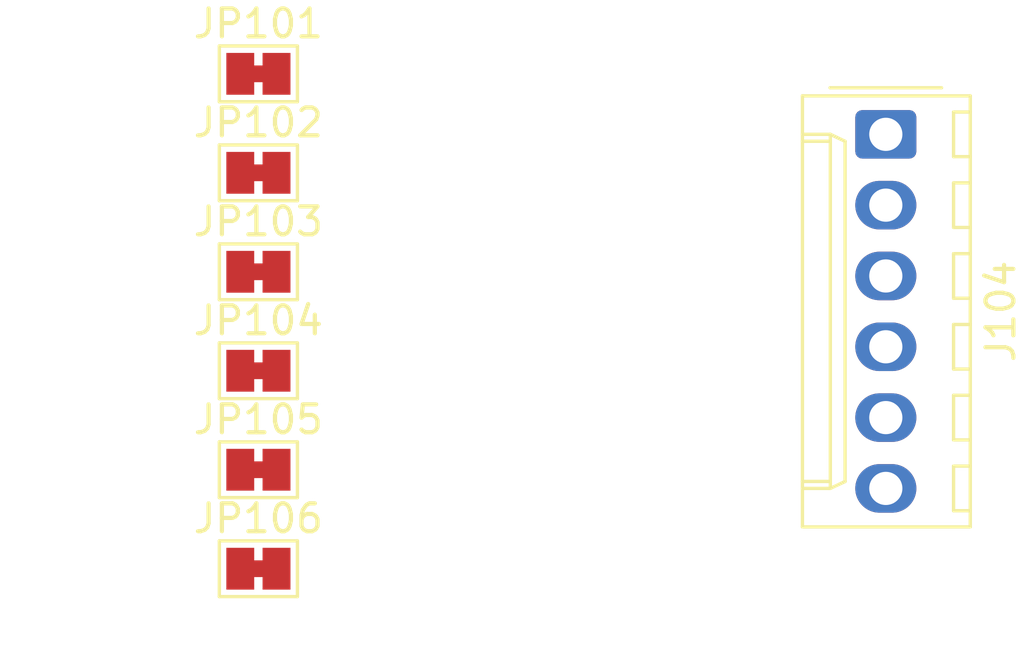
<source format=kicad_pcb>
(kicad_pcb (version 20240108) (generator "pcbnew") (generator_version "8.0")
  (layers (0 "F.Cu" signal) (31 "B.Cu" signal) (34 "B.Paste" user) (35 "F.Paste" user) (36 "B.SilkS" user "B.Silkscreen") (37 "F.SilkS" user "F.Silkscreen") (38 "B.Mask" user) (39 "F.Mask" user) (44 "Edge.Cuts" user))
  (net 0 "")
  (net 1 "/AMP_MOTOR0")
  (net 2 "/DCC0")
  (net 3 "/FUNC0")
  (net 4 "/FUNC1")
  (net 5 "/DCC1")
  (net 6 "/AMP_MOTOR1")
  (footprint "Connector_Molex:Molex_KK-254_AE-6410-06A_1x06_P2.54mm_Vertical" (layer "F.Cu") (at 99.06 48.006001 -90)
    (property "Reference" "J104" (at 6.35 -4.12 90) (layer "F.SilkS"))
    (property "Value" "Conn_01x06")
    (fp_line (start -1.38 2.99) (end 14.08 2.99) (stroke (width 0.12)) (layer "F.SilkS"))
    (fp_line (start 0 2.99) (end 0 1.989999) (stroke (width 0.12)) (layer "F.SilkS"))
    (fp_line (start 0.25 2.99) (end 0.25 1.99) (stroke (width 0.12)) (layer "F.SilkS"))
    (fp_line (start 12.45 2.99) (end 12.45 1.99) (stroke (width 0.12)) (layer "F.SilkS"))
    (fp_line (start 14.08 2.99) (end 14.08 -3.03) (stroke (width 0.12)) (layer "F.SilkS"))
    (fp_line (start 12.700001 1.99) (end 12.7 2.99) (stroke (width 0.12)) (layer "F.SilkS"))
    (fp_line (start 0 1.989999) (end 12.700001 1.99) (stroke (width 0.12)) (layer "F.SilkS"))
    (fp_line (start 0 1.989999) (end 0.25 1.46) (stroke (width 0.12)) (layer "F.SilkS"))
    (fp_line (start 0.25 1.46) (end 12.45 1.459999) (stroke (width 0.12)) (layer "F.SilkS"))
    (fp_line (start 12.45 1.459999) (end 12.700001 1.99) (stroke (width 0.12)) (layer "F.SilkS"))
    (fp_line (start -1.67 -2) (end -1.67 2) (stroke (width 0.12)) (layer "F.SilkS"))
    (fp_line (start -0.8 -2.43) (end 0.8 -2.43) (stroke (width 0.12)) (layer "F.SilkS"))
    (fp_line (start 0.8 -2.43) (end 0.8 -3.03) (stroke (width 0.12)) (layer "F.SilkS"))
    (fp_line (start 1.74 -2.43) (end 3.34 -2.43) (stroke (width 0.12)) (layer "F.SilkS"))
    (fp_line (start 3.34 -2.43) (end 3.34 -3.03) (stroke (width 0.12)) (layer "F.SilkS"))
    (fp_line (start 4.280001 -2.43) (end 5.879999 -2.43) (stroke (width 0.12)) (layer "F.SilkS"))
    (fp_line (start 5.879999 -2.43) (end 5.879999 -3.03) (stroke (width 0.12)) (layer "F.SilkS"))
    (fp_line (start 6.82 -2.43) (end 8.420001 -2.43) (stroke (width 0.12)) (layer "F.SilkS"))
    (fp_line (start 8.420001 -2.43) (end 8.420001 -3.03) (stroke (width 0.12)) (layer "F.SilkS"))
    (fp_line (start 9.36 -2.43) (end 10.96 -2.43) (stroke (width 0.12)) (layer "F.SilkS"))
    (fp_line (start 10.96 -2.43) (end 10.96 -3.03) (stroke (width 0.12)) (layer "F.SilkS"))
    (fp_line (start 11.9 -2.43) (end 13.5 -2.43) (stroke (width 0.12)) (layer "F.SilkS"))
    (fp_line (start 13.5 -2.43) (end 13.5 -3.03) (stroke (width 0.12)) (layer "F.SilkS"))
    (fp_line (start -1.38 -3.03) (end -1.38 2.99) (stroke (width 0.12)) (layer "F.SilkS"))
    (fp_line (start -0.8 -3.03) (end -0.8 -2.43) (stroke (width 0.12)) (layer "F.SilkS"))
    (fp_line (start 1.74 -3.03) (end 1.74 -2.43) (stroke (width 0.12)) (layer "F.SilkS"))
    (fp_line (start 6.82 -3.03) (end 6.82 -2.43) (stroke (width 0.12)) (layer "F.SilkS"))
    (fp_line (start 9.36 -3.03) (end 9.36 -2.43) (stroke (width 0.12)) (layer "F.SilkS"))
    (fp_line (start 11.9 -3.03) (end 11.9 -2.43) (stroke (width 0.12)) (layer "F.SilkS"))
    (fp_line (start 14.08 -3.03) (end -1.38 -3.03) (stroke (width 0.12)) (layer "F.SilkS"))
    (fp_line (start 4.28 -3.030001) (end 4.280001 -2.43) (stroke (width 0.12)) (layer "F.SilkS"))
    (pad "1" thru_hole roundrect (at 0 0 270) (size 1.74 2.19) (drill 1.19) (layers "*.Cu" "*.Mask") (roundrect_rratio 0.143678) (net 6 "/AMP_MOTOR1"))
    (pad "2" thru_hole oval (at 2.54 0 270) (size 1.74 2.19) (drill 1.19) (layers "*.Cu" "*.Mask") (net 1 "/AMP_MOTOR0"))
    (pad "3" thru_hole oval (at 5.079999 0 270) (size 1.74 2.19) (drill 1.19) (layers "*.Cu" "*.Mask") (net 5 "/DCC1"))
    (pad "4" thru_hole oval (at 7.62 0 270) (size 1.74 2.19) (drill 1.19) (layers "*.Cu" "*.Mask") (net 2 "/DCC0"))
    (pad "5" thru_hole oval (at 10.16 0 270) (size 1.74 2.19) (drill 1.19) (layers "*.Cu" "*.Mask") (net 4 "/FUNC1"))
    (pad "6" thru_hole oval (at 12.7 0 270) (size 1.74 2.19) (drill 1.19) (layers "*.Cu" "*.Mask") (net 3 "/FUNC0"))
  )
  (footprint "Jumper:SolderJumper-2_P1.3mm_Bridged_Pad1.0x1.5mm" (layer "F.Cu") (at 76.556 63.586)
    (property "Reference" "JP106" (at 0 -1.8 0) (layer "F.SilkS"))
    (property "Value" "SolderJumper_2_Bridged")
    (fp_poly (pts (xy -0.25 -0.3) (xy 0.25 -0.3) (xy 0.25 0.3) (xy -0.25 0.3)) (fill solid) (layer "F.Cu"))
    (fp_line (start -1.4 -1) (end 1.4 -1) (stroke (width 0.12)) (layer "F.SilkS"))
    (fp_line (start -1.4 1) (end -1.4 -1) (stroke (width 0.12)) (layer "F.SilkS"))
    (fp_line (start 1.4 -1) (end 1.4 1) (stroke (width 0.12)) (layer "F.SilkS"))
    (fp_line (start 1.4 1) (end -1.4 1) (stroke (width 0.12)) (layer "F.SilkS"))
    (pad "1" smd rect (at -0.65 0) (size 1 1.5) (layers "F.Cu" "F.Mask"))
    (pad "2" smd rect (at 0.65 0) (size 1 1.5) (layers "F.Cu" "F.Mask") (net 3 "/FUNC0"))
  )
  (footprint "Jumper:SolderJumper-2_P1.3mm_Bridged_Pad1.0x1.5mm" (layer "F.Cu") (at 76.556 49.386)
    (property "Reference" "JP102" (at 0 -1.8 0) (layer "F.SilkS"))
    (property "Value" "SolderJumper_2_Bridged")
    (fp_poly (pts (xy -0.25 -0.3) (xy 0.25 -0.3) (xy 0.25 0.3) (xy -0.25 0.3)) (fill solid) (layer "F.Cu"))
    (fp_line (start -1.4 -1) (end 1.4 -1) (stroke (width 0.12)) (layer "F.SilkS"))
    (fp_line (start -1.4 1) (end -1.4 -1) (stroke (width 0.12)) (layer "F.SilkS"))
    (fp_line (start 1.4 -1) (end 1.4 1) (stroke (width 0.12)) (layer "F.SilkS"))
    (fp_line (start 1.4 1) (end -1.4 1) (stroke (width 0.12)) (layer "F.SilkS"))
    (pad "1" smd rect (at -0.65 0) (size 1 1.5) (layers "F.Cu" "F.Mask"))
    (pad "2" smd rect (at 0.65 0) (size 1 1.5) (layers "F.Cu" "F.Mask") (net 6 "/AMP_MOTOR1"))
  )
  (footprint "Jumper:SolderJumper-2_P1.3mm_Bridged_Pad1.0x1.5mm" (layer "F.Cu") (at 76.556 52.936)
    (property "Reference" "JP103" (at 0 -1.8 0) (layer "F.SilkS"))
    (property "Value" "SolderJumper_2_Bridged")
    (fp_poly (pts (xy -0.25 -0.3) (xy 0.25 -0.3) (xy 0.25 0.3) (xy -0.25 0.3)) (fill solid) (layer "F.Cu"))
    (fp_line (start -1.4 -1) (end 1.4 -1) (stroke (width 0.12)) (layer "F.SilkS"))
    (fp_line (start -1.4 1) (end -1.4 -1) (stroke (width 0.12)) (layer "F.SilkS"))
    (fp_line (start 1.4 -1) (end 1.4 1) (stroke (width 0.12)) (layer "F.SilkS"))
    (fp_line (start 1.4 1) (end -1.4 1) (stroke (width 0.12)) (layer "F.SilkS"))
    (pad "1" smd rect (at -0.65 0) (size 1 1.5) (layers "F.Cu" "F.Mask"))
    (pad "2" smd rect (at 0.65 0) (size 1 1.5) (layers "F.Cu" "F.Mask") (net 2 "/DCC0"))
  )
  (footprint "Jumper:SolderJumper-2_P1.3mm_Bridged_Pad1.0x1.5mm" (layer "F.Cu") (at 76.556 45.836)
    (property "Reference" "JP101" (at 0 -1.8 0) (layer "F.SilkS"))
    (property "Value" "SolderJumper_2_Bridged")
    (fp_poly (pts (xy -0.25 -0.3) (xy 0.25 -0.3) (xy 0.25 0.3) (xy -0.25 0.3)) (fill solid) (layer "F.Cu"))
    (fp_line (start -1.4 -1) (end 1.4 -1) (stroke (width 0.12)) (layer "F.SilkS"))
    (fp_line (start -1.4 1) (end -1.4 -1) (stroke (width 0.12)) (layer "F.SilkS"))
    (fp_line (start 1.4 -1) (end 1.4 1) (stroke (width 0.12)) (layer "F.SilkS"))
    (fp_line (start 1.4 1) (end -1.4 1) (stroke (width 0.12)) (layer "F.SilkS"))
    (pad "1" smd rect (at -0.65 0) (size 1 1.5) (layers "F.Cu" "F.Mask"))
    (pad "2" smd rect (at 0.65 0) (size 1 1.5) (layers "F.Cu" "F.Mask") (net 1 "/AMP_MOTOR0"))
  )
  (footprint "Jumper:SolderJumper-2_P1.3mm_Bridged_Pad1.0x1.5mm" (layer "F.Cu") (at 76.556 56.486)
    (property "Reference" "JP104" (at 0 -1.8 0) (layer "F.SilkS"))
    (property "Value" "SolderJumper_2_Bridged")
    (fp_poly (pts (xy -0.25 -0.3) (xy 0.25 -0.3) (xy 0.25 0.3) (xy -0.25 0.3)) (fill solid) (layer "F.Cu"))
    (fp_line (start -1.4 -1) (end 1.4 -1) (stroke (width 0.12)) (layer "F.SilkS"))
    (fp_line (start -1.4 1) (end -1.4 -1) (stroke (width 0.12)) (layer "F.SilkS"))
    (fp_line (start 1.4 -1) (end 1.4 1) (stroke (width 0.12)) (layer "F.SilkS"))
    (fp_line (start 1.4 1) (end -1.4 1) (stroke (width 0.12)) (layer "F.SilkS"))
    (pad "1" smd rect (at -0.65 0) (size 1 1.5) (layers "F.Cu" "F.Mask"))
    (pad "2" smd rect (at 0.65 0) (size 1 1.5) (layers "F.Cu" "F.Mask") (net 5 "/DCC1"))
  )
  (footprint "Jumper:SolderJumper-2_P1.3mm_Bridged_Pad1.0x1.5mm" (layer "F.Cu") (at 76.556 60.036)
    (property "Reference" "JP105" (at 0 -1.8 0) (layer "F.SilkS"))
    (property "Value" "SolderJumper_2_Bridged")
    (fp_poly (pts (xy -0.25 -0.3) (xy 0.25 -0.3) (xy 0.25 0.3) (xy -0.25 0.3)) (fill solid) (layer "F.Cu"))
    (fp_line (start -1.4 -1) (end 1.4 -1) (stroke (width 0.12)) (layer "F.SilkS"))
    (fp_line (start -1.4 1) (end -1.4 -1) (stroke (width 0.12)) (layer "F.SilkS"))
    (fp_line (start 1.4 -1) (end 1.4 1) (stroke (width 0.12)) (layer "F.SilkS"))
    (fp_line (start 1.4 1) (end -1.4 1) (stroke (width 0.12)) (layer "F.SilkS"))
    (pad "1" smd rect (at -0.65 0) (size 1 1.5) (layers "F.Cu" "F.Mask"))
    (pad "2" smd rect (at 0.65 0) (size 1 1.5) (layers "F.Cu" "F.Mask") (net 4 "/FUNC1"))
  )
)
</source>
